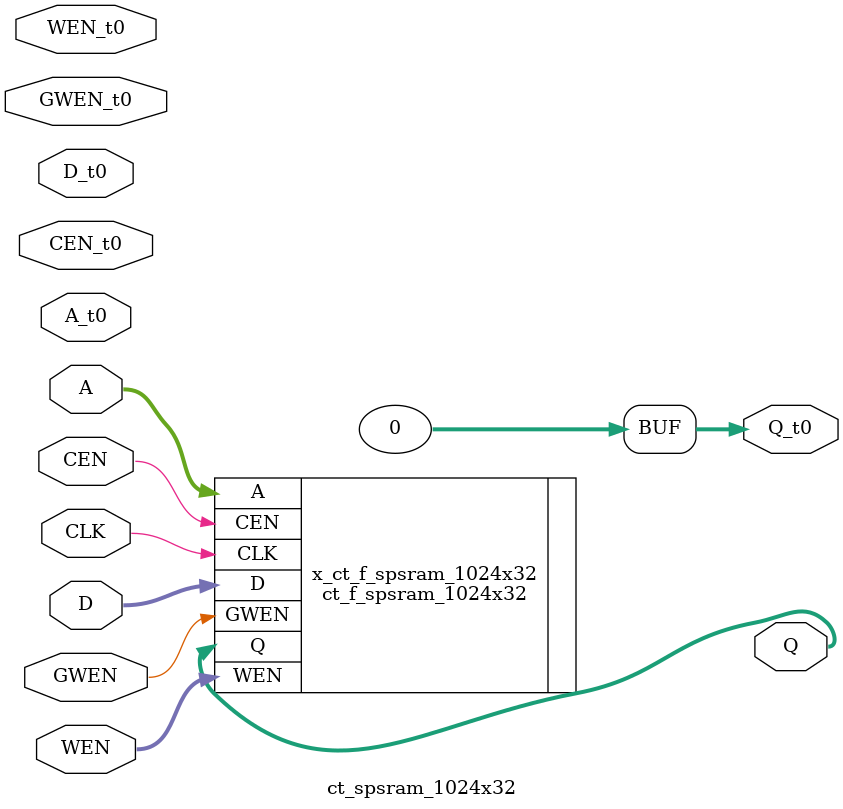
<source format=v>
/*Copyright 2019-2021 T-Head Semiconductor Co., Ltd.

Licensed under the Apache License, Version 2.0 (the "License");
you may not use this file except in compliance with the License.
You may obtain a copy of the License at

    http://www.apache.org/licenses/LICENSE-2.0

Unless required by applicable law or agreed to in writing, software
distributed under the License is distributed on an "AS IS" BASIS,
WITHOUT WARRANTIES OR CONDITIONS OF ANY KIND, either express or implied.
See the License for the specific language governing permissions and
limitations under the License.
*/

// &ModuleBeg; @22
module ct_spsram_1024x32(
A,
A_t0,
CEN,
CEN_t0,
CLK,
D,
D_t0,
GWEN,
GWEN_t0,
Q,
Q_t0,
WEN,
WEN_t0
);

input   [9 :0]  A_t0;   
input           CEN_t0; 
input   [31:0]  D_t0;   
input           GWEN_t0; 
output  [31:0]  Q_t0;   
input   [31:0]  WEN_t0; 
wire    [9 :0]  A_t0;   
wire            CEN_t0; 
wire    [31:0]  D_t0;   
wire            GWEN_t0; 
wire    [31:0]  Q_t0;   
wire    [31:0]  WEN_t0; 
assign Q_t0 = '0;

// &Ports; @23
input   [9 :0]  A;   
input           CEN; 
input           CLK; 
input   [31:0]  D;   
input           GWEN; 
input   [31:0]  WEN; 
output  [31:0]  Q;   

// &Regs; @24

// &Wires; @25
wire    [9 :0]  A;   
wire            CEN; 
wire            CLK; 
wire    [31:0]  D;   
wire            GWEN; 
wire    [31:0]  Q;   
wire    [31:0]  WEN; 


//**********************************************************
//                  Parameter Definition
//**********************************************************
parameter ADDR_WIDTH = 10;
parameter DATA_WIDTH = 32;
parameter WE_WIDTH   = 32;

// &Force("bus","Q",DATA_WIDTH-1,0); @34
// &Force("bus","WEN",WE_WIDTH-1,0); @35
// &Force("bus","A",ADDR_WIDTH-1,0); @36
// &Force("bus","D",DATA_WIDTH-1,0); @37

  //********************************************************
  //*                        FPGA memory                   *
  //********************************************************
  //{WEN[31:24],WEN[23:16],WEN[15:8],WEN[7:0]}
//   &Instance("ct_f_spsram_1024x32"); @44
ct_f_spsram_1024x32  x_ct_f_spsram_1024x32 (
  .A    (A   ),
  .CEN  (CEN ),
  .CLK  (CLK ),
  .D    (D   ),
  .GWEN (GWEN),
  .Q    (Q   ),
  .WEN  (WEN )
);

//   &Instance("ct_tsmc_spsram_1024x32"); @50

// &ModuleEnd; @66
endmodule



</source>
